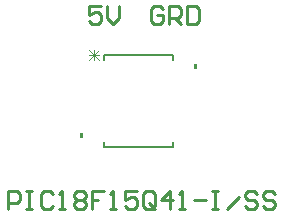
<source format=gto>
G04*
G04 #@! TF.GenerationSoftware,Altium Limited,Altium Designer,23.8.1 (32)*
G04*
G04 Layer_Color=65535*
%FSLAX44Y44*%
%MOMM*%
G71*
G04*
G04 #@! TF.SameCoordinates,1C6102A1-C030-4D01-BDD8-3087C58EC81D*
G04*
G04*
G04 #@! TF.FilePolarity,Positive*
G04*
G01*
G75*
%ADD10C,0.1524*%
%ADD11C,0.2540*%
%ADD12C,0.0762*%
G36*
X807883Y845155D02*
X805343D01*
Y841345D01*
X807883D01*
Y845155D01*
D02*
G37*
G36*
X902117Y903655D02*
X904657D01*
Y899845D01*
X902117D01*
Y903655D01*
D02*
G37*
D10*
X825790Y833765D02*
Y837764D01*
Y907236D02*
Y911235D01*
X884210D01*
Y833765D02*
Y837764D01*
X825790Y833765D02*
X884210D01*
Y907236D02*
Y911235D01*
D11*
X875197Y950236D02*
X872657Y952775D01*
X867579D01*
X865040Y950236D01*
Y940079D01*
X867579Y937540D01*
X872657D01*
X875197Y940079D01*
Y945157D01*
X870118D01*
X880275Y937540D02*
Y952775D01*
X887893D01*
X890432Y950236D01*
Y945157D01*
X887893Y942618D01*
X880275D01*
X885353D02*
X890432Y937540D01*
X895510Y952775D02*
Y937540D01*
X903128D01*
X905667Y940079D01*
Y950236D01*
X903128Y952775D01*
X895510D01*
X822697D02*
X812540D01*
Y945157D01*
X817618Y947697D01*
X820157D01*
X822697Y945157D01*
Y940079D01*
X820157Y937540D01*
X815079D01*
X812540Y940079D01*
X827775Y952775D02*
Y942618D01*
X832853Y937540D01*
X837932Y942618D01*
Y952775D01*
X744507Y780882D02*
Y796117D01*
X752124D01*
X754663Y793578D01*
Y788500D01*
X752124Y785961D01*
X744507D01*
X759742Y796117D02*
X764820D01*
X762281D01*
Y780882D01*
X759742D01*
X764820D01*
X782594Y793578D02*
X780055Y796117D01*
X774977D01*
X772438Y793578D01*
Y783422D01*
X774977Y780882D01*
X780055D01*
X782594Y783422D01*
X787673Y780882D02*
X792751D01*
X790212D01*
Y796117D01*
X787673Y793578D01*
X800368D02*
X802908Y796117D01*
X807986D01*
X810525Y793578D01*
Y791039D01*
X807986Y788500D01*
X810525Y785961D01*
Y783422D01*
X807986Y780882D01*
X802908D01*
X800368Y783422D01*
Y785961D01*
X802908Y788500D01*
X800368Y791039D01*
Y793578D01*
X802908Y788500D02*
X807986D01*
X825760Y796117D02*
X815604D01*
Y788500D01*
X820682D01*
X815604D01*
Y780882D01*
X830839D02*
X835917D01*
X833378D01*
Y796117D01*
X830839Y793578D01*
X853691Y796117D02*
X843534D01*
Y788500D01*
X848613Y791039D01*
X851152D01*
X853691Y788500D01*
Y783422D01*
X851152Y780882D01*
X846074D01*
X843534Y783422D01*
X868926D02*
Y793578D01*
X866387Y796117D01*
X861309D01*
X858770Y793578D01*
Y783422D01*
X861309Y780882D01*
X866387D01*
X863848Y785961D02*
X868926Y780882D01*
X866387D02*
X868926Y783422D01*
X881622Y780882D02*
Y796117D01*
X874005Y788500D01*
X884161D01*
X889240Y780882D02*
X894318D01*
X891779D01*
Y796117D01*
X889240Y793578D01*
X901936Y788500D02*
X912092D01*
X917171Y796117D02*
X922249D01*
X919710D01*
Y780882D01*
X917171D01*
X922249D01*
X929867D02*
X940023Y791039D01*
X955258Y793578D02*
X952719Y796117D01*
X947641D01*
X945102Y793578D01*
Y791039D01*
X947641Y788500D01*
X952719D01*
X955258Y785961D01*
Y783422D01*
X952719Y780882D01*
X947641D01*
X945102Y783422D01*
X970493Y793578D02*
X967954Y796117D01*
X962876D01*
X960337Y793578D01*
Y791039D01*
X962876Y788500D01*
X967954D01*
X970493Y785961D01*
Y783422D01*
X967954Y780882D01*
X962876D01*
X960337Y783422D01*
D12*
X812963Y915378D02*
X821427Y906914D01*
X812963D02*
X821427Y915378D01*
X812963Y911146D02*
X821427D01*
X817195Y906914D02*
Y915378D01*
M02*

</source>
